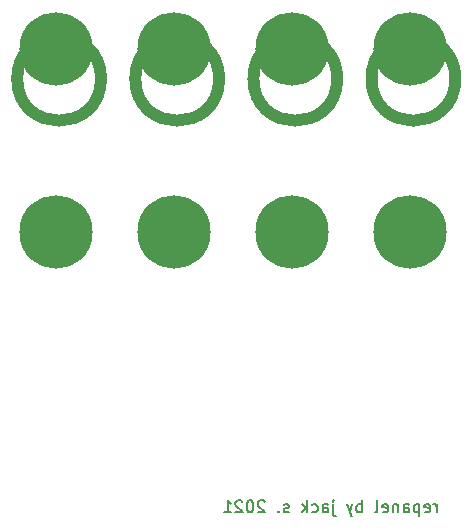
<source format=gbr>
G04 #@! TF.GenerationSoftware,KiCad,Pcbnew,(5.1.9-0-10_14)*
G04 #@! TF.CreationDate,2021-02-15T22:11:41-08:00*
G04 #@! TF.ProjectId,resonate,7265736f-6e61-4746-952e-6b696361645f,rev?*
G04 #@! TF.SameCoordinates,Original*
G04 #@! TF.FileFunction,Soldermask,Bot*
G04 #@! TF.FilePolarity,Negative*
%FSLAX46Y46*%
G04 Gerber Fmt 4.6, Leading zero omitted, Abs format (unit mm)*
G04 Created by KiCad (PCBNEW (5.1.9-0-10_14)) date 2021-02-15 22:11:41*
%MOMM*%
%LPD*%
G01*
G04 APERTURE LIST*
%ADD10C,0.200000*%
%ADD11C,1.000000*%
%ADD12C,6.202000*%
G04 APERTURE END LIST*
D10*
X137226190Y-21202380D02*
X137226190Y-20535714D01*
X137226190Y-20726190D02*
X137178571Y-20630952D01*
X137130952Y-20583333D01*
X137035714Y-20535714D01*
X136940476Y-20535714D01*
X136226190Y-21154761D02*
X136321428Y-21202380D01*
X136511904Y-21202380D01*
X136607142Y-21154761D01*
X136654761Y-21059523D01*
X136654761Y-20678571D01*
X136607142Y-20583333D01*
X136511904Y-20535714D01*
X136321428Y-20535714D01*
X136226190Y-20583333D01*
X136178571Y-20678571D01*
X136178571Y-20773809D01*
X136654761Y-20869047D01*
X135750000Y-20535714D02*
X135750000Y-21535714D01*
X135750000Y-20583333D02*
X135654761Y-20535714D01*
X135464285Y-20535714D01*
X135369047Y-20583333D01*
X135321428Y-20630952D01*
X135273809Y-20726190D01*
X135273809Y-21011904D01*
X135321428Y-21107142D01*
X135369047Y-21154761D01*
X135464285Y-21202380D01*
X135654761Y-21202380D01*
X135750000Y-21154761D01*
X134416666Y-21202380D02*
X134416666Y-20678571D01*
X134464285Y-20583333D01*
X134559523Y-20535714D01*
X134750000Y-20535714D01*
X134845238Y-20583333D01*
X134416666Y-21154761D02*
X134511904Y-21202380D01*
X134750000Y-21202380D01*
X134845238Y-21154761D01*
X134892857Y-21059523D01*
X134892857Y-20964285D01*
X134845238Y-20869047D01*
X134750000Y-20821428D01*
X134511904Y-20821428D01*
X134416666Y-20773809D01*
X133940476Y-20535714D02*
X133940476Y-21202380D01*
X133940476Y-20630952D02*
X133892857Y-20583333D01*
X133797619Y-20535714D01*
X133654761Y-20535714D01*
X133559523Y-20583333D01*
X133511904Y-20678571D01*
X133511904Y-21202380D01*
X132654761Y-21154761D02*
X132750000Y-21202380D01*
X132940476Y-21202380D01*
X133035714Y-21154761D01*
X133083333Y-21059523D01*
X133083333Y-20678571D01*
X133035714Y-20583333D01*
X132940476Y-20535714D01*
X132750000Y-20535714D01*
X132654761Y-20583333D01*
X132607142Y-20678571D01*
X132607142Y-20773809D01*
X133083333Y-20869047D01*
X132035714Y-21202380D02*
X132130952Y-21154761D01*
X132178571Y-21059523D01*
X132178571Y-20202380D01*
X130892857Y-21202380D02*
X130892857Y-20202380D01*
X130892857Y-20583333D02*
X130797619Y-20535714D01*
X130607142Y-20535714D01*
X130511904Y-20583333D01*
X130464285Y-20630952D01*
X130416666Y-20726190D01*
X130416666Y-21011904D01*
X130464285Y-21107142D01*
X130511904Y-21154761D01*
X130607142Y-21202380D01*
X130797619Y-21202380D01*
X130892857Y-21154761D01*
X130083333Y-20535714D02*
X129845238Y-21202380D01*
X129607142Y-20535714D02*
X129845238Y-21202380D01*
X129940476Y-21440476D01*
X129988095Y-21488095D01*
X130083333Y-21535714D01*
X128464285Y-20535714D02*
X128464285Y-21392857D01*
X128511904Y-21488095D01*
X128607142Y-21535714D01*
X128654761Y-21535714D01*
X128464285Y-20202380D02*
X128511904Y-20250000D01*
X128464285Y-20297619D01*
X128416666Y-20250000D01*
X128464285Y-20202380D01*
X128464285Y-20297619D01*
X127559523Y-21202380D02*
X127559523Y-20678571D01*
X127607142Y-20583333D01*
X127702380Y-20535714D01*
X127892857Y-20535714D01*
X127988095Y-20583333D01*
X127559523Y-21154761D02*
X127654761Y-21202380D01*
X127892857Y-21202380D01*
X127988095Y-21154761D01*
X128035714Y-21059523D01*
X128035714Y-20964285D01*
X127988095Y-20869047D01*
X127892857Y-20821428D01*
X127654761Y-20821428D01*
X127559523Y-20773809D01*
X126654761Y-21154761D02*
X126750000Y-21202380D01*
X126940476Y-21202380D01*
X127035714Y-21154761D01*
X127083333Y-21107142D01*
X127130952Y-21011904D01*
X127130952Y-20726190D01*
X127083333Y-20630952D01*
X127035714Y-20583333D01*
X126940476Y-20535714D01*
X126750000Y-20535714D01*
X126654761Y-20583333D01*
X126226190Y-21202380D02*
X126226190Y-20202380D01*
X126130952Y-20821428D02*
X125845238Y-21202380D01*
X125845238Y-20535714D02*
X126226190Y-20916666D01*
X124702380Y-21154761D02*
X124607142Y-21202380D01*
X124416666Y-21202380D01*
X124321428Y-21154761D01*
X124273809Y-21059523D01*
X124273809Y-21011904D01*
X124321428Y-20916666D01*
X124416666Y-20869047D01*
X124559523Y-20869047D01*
X124654761Y-20821428D01*
X124702380Y-20726190D01*
X124702380Y-20678571D01*
X124654761Y-20583333D01*
X124559523Y-20535714D01*
X124416666Y-20535714D01*
X124321428Y-20583333D01*
X123845238Y-21107142D02*
X123797619Y-21154761D01*
X123845238Y-21202380D01*
X123892857Y-21154761D01*
X123845238Y-21107142D01*
X123845238Y-21202380D01*
X122654761Y-20297619D02*
X122607142Y-20250000D01*
X122511904Y-20202380D01*
X122273809Y-20202380D01*
X122178571Y-20250000D01*
X122130952Y-20297619D01*
X122083333Y-20392857D01*
X122083333Y-20488095D01*
X122130952Y-20630952D01*
X122702380Y-21202380D01*
X122083333Y-21202380D01*
X121464285Y-20202380D02*
X121369047Y-20202380D01*
X121273809Y-20250000D01*
X121226190Y-20297619D01*
X121178571Y-20392857D01*
X121130952Y-20583333D01*
X121130952Y-20821428D01*
X121178571Y-21011904D01*
X121226190Y-21107142D01*
X121273809Y-21154761D01*
X121369047Y-21202380D01*
X121464285Y-21202380D01*
X121559523Y-21154761D01*
X121607142Y-21107142D01*
X121654761Y-21011904D01*
X121702380Y-20821428D01*
X121702380Y-20583333D01*
X121654761Y-20392857D01*
X121607142Y-20297619D01*
X121559523Y-20250000D01*
X121464285Y-20202380D01*
X120750000Y-20297619D02*
X120702380Y-20250000D01*
X120607142Y-20202380D01*
X120369047Y-20202380D01*
X120273809Y-20250000D01*
X120226190Y-20297619D01*
X120178571Y-20392857D01*
X120178571Y-20488095D01*
X120226190Y-20630952D01*
X120797619Y-21202380D01*
X120178571Y-21202380D01*
X119226190Y-21202380D02*
X119797619Y-21202380D01*
X119511904Y-21202380D02*
X119511904Y-20202380D01*
X119607142Y-20345238D01*
X119702380Y-20440476D01*
X119797619Y-20488095D01*
D11*
X108800000Y15500000D02*
G75*
G03*
X108800000Y15500000I-3550000J0D01*
G01*
X118800000Y15500000D02*
G75*
G03*
X118800000Y15500000I-3550000J0D01*
G01*
X128800000Y15500000D02*
G75*
G03*
X128800000Y15500000I-3550000J0D01*
G01*
X138800000Y15500000D02*
G75*
G03*
X138800000Y15500000I-3550000J0D01*
G01*
D10*
X137226190Y-21202380D02*
X137226190Y-20535714D01*
X137226190Y-20726190D02*
X137178571Y-20630952D01*
X137130952Y-20583333D01*
X137035714Y-20535714D01*
X136940476Y-20535714D01*
X136226190Y-21154761D02*
X136321428Y-21202380D01*
X136511904Y-21202380D01*
X136607142Y-21154761D01*
X136654761Y-21059523D01*
X136654761Y-20678571D01*
X136607142Y-20583333D01*
X136511904Y-20535714D01*
X136321428Y-20535714D01*
X136226190Y-20583333D01*
X136178571Y-20678571D01*
X136178571Y-20773809D01*
X136654761Y-20869047D01*
X135750000Y-20535714D02*
X135750000Y-21535714D01*
X135750000Y-20583333D02*
X135654761Y-20535714D01*
X135464285Y-20535714D01*
X135369047Y-20583333D01*
X135321428Y-20630952D01*
X135273809Y-20726190D01*
X135273809Y-21011904D01*
X135321428Y-21107142D01*
X135369047Y-21154761D01*
X135464285Y-21202380D01*
X135654761Y-21202380D01*
X135750000Y-21154761D01*
X134416666Y-21202380D02*
X134416666Y-20678571D01*
X134464285Y-20583333D01*
X134559523Y-20535714D01*
X134750000Y-20535714D01*
X134845238Y-20583333D01*
X134416666Y-21154761D02*
X134511904Y-21202380D01*
X134750000Y-21202380D01*
X134845238Y-21154761D01*
X134892857Y-21059523D01*
X134892857Y-20964285D01*
X134845238Y-20869047D01*
X134750000Y-20821428D01*
X134511904Y-20821428D01*
X134416666Y-20773809D01*
X133940476Y-20535714D02*
X133940476Y-21202380D01*
X133940476Y-20630952D02*
X133892857Y-20583333D01*
X133797619Y-20535714D01*
X133654761Y-20535714D01*
X133559523Y-20583333D01*
X133511904Y-20678571D01*
X133511904Y-21202380D01*
X132654761Y-21154761D02*
X132750000Y-21202380D01*
X132940476Y-21202380D01*
X133035714Y-21154761D01*
X133083333Y-21059523D01*
X133083333Y-20678571D01*
X133035714Y-20583333D01*
X132940476Y-20535714D01*
X132750000Y-20535714D01*
X132654761Y-20583333D01*
X132607142Y-20678571D01*
X132607142Y-20773809D01*
X133083333Y-20869047D01*
X132035714Y-21202380D02*
X132130952Y-21154761D01*
X132178571Y-21059523D01*
X132178571Y-20202380D01*
X130892857Y-21202380D02*
X130892857Y-20202380D01*
X130892857Y-20583333D02*
X130797619Y-20535714D01*
X130607142Y-20535714D01*
X130511904Y-20583333D01*
X130464285Y-20630952D01*
X130416666Y-20726190D01*
X130416666Y-21011904D01*
X130464285Y-21107142D01*
X130511904Y-21154761D01*
X130607142Y-21202380D01*
X130797619Y-21202380D01*
X130892857Y-21154761D01*
X130083333Y-20535714D02*
X129845238Y-21202380D01*
X129607142Y-20535714D02*
X129845238Y-21202380D01*
X129940476Y-21440476D01*
X129988095Y-21488095D01*
X130083333Y-21535714D01*
X128464285Y-20535714D02*
X128464285Y-21392857D01*
X128511904Y-21488095D01*
X128607142Y-21535714D01*
X128654761Y-21535714D01*
X128464285Y-20202380D02*
X128511904Y-20250000D01*
X128464285Y-20297619D01*
X128416666Y-20250000D01*
X128464285Y-20202380D01*
X128464285Y-20297619D01*
X127559523Y-21202380D02*
X127559523Y-20678571D01*
X127607142Y-20583333D01*
X127702380Y-20535714D01*
X127892857Y-20535714D01*
X127988095Y-20583333D01*
X127559523Y-21154761D02*
X127654761Y-21202380D01*
X127892857Y-21202380D01*
X127988095Y-21154761D01*
X128035714Y-21059523D01*
X128035714Y-20964285D01*
X127988095Y-20869047D01*
X127892857Y-20821428D01*
X127654761Y-20821428D01*
X127559523Y-20773809D01*
X126654761Y-21154761D02*
X126750000Y-21202380D01*
X126940476Y-21202380D01*
X127035714Y-21154761D01*
X127083333Y-21107142D01*
X127130952Y-21011904D01*
X127130952Y-20726190D01*
X127083333Y-20630952D01*
X127035714Y-20583333D01*
X126940476Y-20535714D01*
X126750000Y-20535714D01*
X126654761Y-20583333D01*
X126226190Y-21202380D02*
X126226190Y-20202380D01*
X126130952Y-20821428D02*
X125845238Y-21202380D01*
X125845238Y-20535714D02*
X126226190Y-20916666D01*
X124702380Y-21154761D02*
X124607142Y-21202380D01*
X124416666Y-21202380D01*
X124321428Y-21154761D01*
X124273809Y-21059523D01*
X124273809Y-21011904D01*
X124321428Y-20916666D01*
X124416666Y-20869047D01*
X124559523Y-20869047D01*
X124654761Y-20821428D01*
X124702380Y-20726190D01*
X124702380Y-20678571D01*
X124654761Y-20583333D01*
X124559523Y-20535714D01*
X124416666Y-20535714D01*
X124321428Y-20583333D01*
X123845238Y-21107142D02*
X123797619Y-21154761D01*
X123845238Y-21202380D01*
X123892857Y-21154761D01*
X123845238Y-21107142D01*
X123845238Y-21202380D01*
X122654761Y-20297619D02*
X122607142Y-20250000D01*
X122511904Y-20202380D01*
X122273809Y-20202380D01*
X122178571Y-20250000D01*
X122130952Y-20297619D01*
X122083333Y-20392857D01*
X122083333Y-20488095D01*
X122130952Y-20630952D01*
X122702380Y-21202380D01*
X122083333Y-21202380D01*
X121464285Y-20202380D02*
X121369047Y-20202380D01*
X121273809Y-20250000D01*
X121226190Y-20297619D01*
X121178571Y-20392857D01*
X121130952Y-20583333D01*
X121130952Y-20821428D01*
X121178571Y-21011904D01*
X121226190Y-21107142D01*
X121273809Y-21154761D01*
X121369047Y-21202380D01*
X121464285Y-21202380D01*
X121559523Y-21154761D01*
X121607142Y-21107142D01*
X121654761Y-21011904D01*
X121702380Y-20821428D01*
X121702380Y-20583333D01*
X121654761Y-20392857D01*
X121607142Y-20297619D01*
X121559523Y-20250000D01*
X121464285Y-20202380D01*
X120750000Y-20297619D02*
X120702380Y-20250000D01*
X120607142Y-20202380D01*
X120369047Y-20202380D01*
X120273809Y-20250000D01*
X120226190Y-20297619D01*
X120178571Y-20392857D01*
X120178571Y-20488095D01*
X120226190Y-20630952D01*
X120797619Y-21202380D01*
X120178571Y-21202380D01*
X119226190Y-21202380D02*
X119797619Y-21202380D01*
X119511904Y-21202380D02*
X119511904Y-20202380D01*
X119607142Y-20345238D01*
X119702380Y-20440476D01*
X119797619Y-20488095D01*
D11*
X108800000Y15500000D02*
G75*
G03*
X108800000Y15500000I-3550000J0D01*
G01*
X118800000Y15500000D02*
G75*
G03*
X118800000Y15500000I-3550000J0D01*
G01*
X128800000Y15500000D02*
G75*
G03*
X128800000Y15500000I-3550000J0D01*
G01*
X138800000Y15500000D02*
G75*
G03*
X138800000Y15500000I-3550000J0D01*
G01*
D12*
X135000000Y2500000D03*
X125000000Y2500000D03*
X115000000Y2500000D03*
X105000000Y2500000D03*
X105000000Y18000000D03*
X115000000Y18000000D03*
X125000000Y18000000D03*
X135000000Y18000000D03*
M02*

</source>
